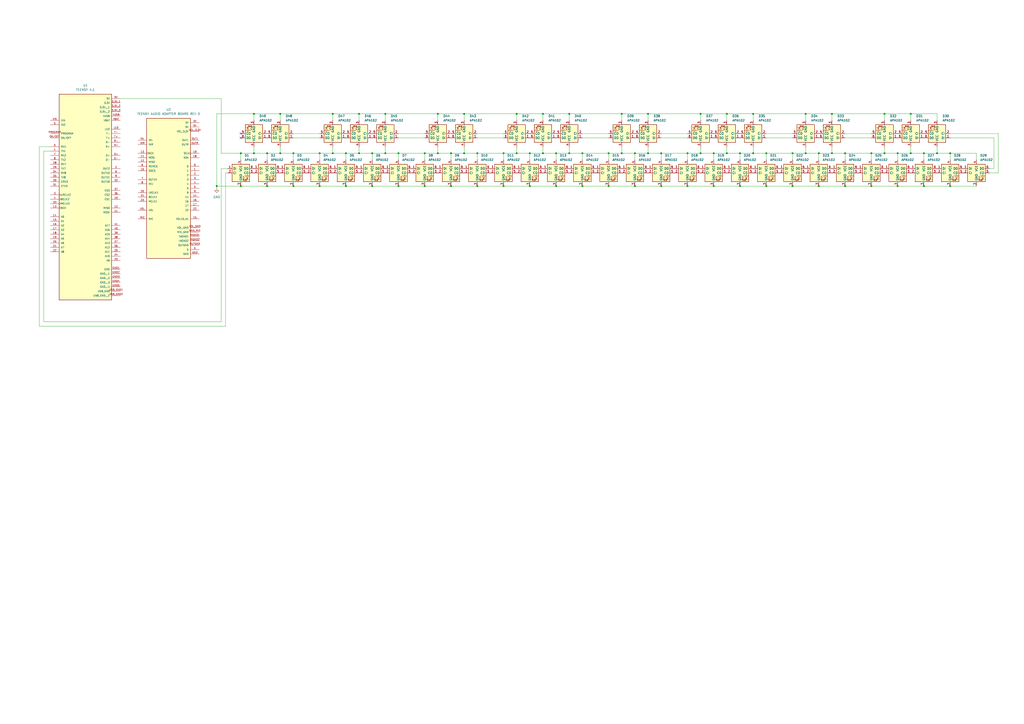
<source format=kicad_sch>
(kicad_sch (version 20250114) (generator "eeschema") (generator_version "9.0")
  (paper "A2")
  (lib_symbols
    (symbol "EQLightBarLibrary:DEV-15845" (pin_names (offset 1.016))
      (property "Reference" "U" (at -12.7 41.148 0))
      (property "Value" "DEV-15845" (at -12.7 -43.18 0))
      (symbol "DEV-15845_0_0"
        (rectangle (start -12.7 -40.64) (end 12.7 40.64) (stroke (width 0.254)) (fill (type background)))
        (pin input line (at -17.78 27.94 0) (length 5.08) (name "INL") (number "INL"))
        (pin input line (at -17.78 25.4 0) (length 5.08) (name "INR") (number "INR"))
        (pin bidirectional clock (at -17.78 20.32 0) (length 5.08) (name "SCK") (number "13"))
        (pin bidirectional line (at -17.78 17.78 0) (length 5.08) (name "MOSI") (number "11"))
        (pin bidirectional line (at -17.78 15.24 0) (length 5.08) (name "MISO") (number "12"))
        (pin input line (at -17.78 12.7 0) (length 5.08) (name "MEMCS") (number "6"))
        (pin bidirectional line (at -17.78 10.16 0) (length 5.08) (name "SDCS") (number "10"))
        (pin output line (at -17.78 5.08 0) (length 5.08) (name "OUT1A") (number "7"))
        (pin input line (at -17.78 2.54 0) (length 5.08) (name "IN1") (number "8"))
        (pin bidirectional line (at -17.78 -2.54 0) (length 5.08) (name "LRCLK1") (number "20"))
        (pin bidirectional line (at -17.78 -5.08 0) (length 5.08) (name "BCLK1") (number "21"))
        (pin bidirectional line (at -17.78 -7.62 0) (length 5.08) (name "MCLK1") (number "23"))
        (pin input line (at -17.78 -12.7 0) (length 5.08) (name "VOL") (number "VOL"))
        (pin input line (at -17.78 -17.78 0) (length 5.08) (name "MIC") (number "MIC"))
        (pin power_in line (at 17.78 38.1 180) (length 5.08) (name "3V") (number "3V"))
        (pin power_in line (at 17.78 35.56 180) (length 5.08) (name "5V") (number "5V"))
        (pin power_in line (at 17.78 33.02 180) (length 5.08) (name "VOL_3.3V") (number "VOL_3.3V"))
        (pin output line (at 17.78 27.94 180) (length 5.08) (name "OUTL") (number "OUTL"))
        (pin output line (at 17.78 25.4 180) (length 5.08) (name "OUTR") (number "OUTR"))
        (pin bidirectional clock (at 17.78 20.32 180) (length 5.08) (name "SCL") (number "19"))
        (pin bidirectional line (at 17.78 17.78 180) (length 5.08) (name "SDA") (number "18"))
        (pin bidirectional line (at 17.78 12.7 180) (length 5.08) (name "0") (number "0"))
        (pin bidirectional line (at 17.78 10.16 180) (length 5.08) (name "1") (number "1"))
        (pin bidirectional line (at 17.78 7.62 180) (length 5.08) (name "2") (number "2"))
        (pin bidirectional line (at 17.78 5.08 180) (length 5.08) (name "3") (number "3"))
        (pin bidirectional line (at 17.78 2.54 180) (length 5.08) (name "4") (number "4"))
        (pin bidirectional line (at 17.78 0 180) (length 5.08) (name "5") (number "5"))
        (pin bidirectional line (at 17.78 -2.54 180) (length 5.08) (name "9") (number "9"))
        (pin bidirectional line (at 17.78 -5.08 180) (length 5.08) (name "14") (number "14"))
        (pin bidirectional line (at 17.78 -7.62 180) (length 5.08) (name "16") (number "16"))
        (pin bidirectional line (at 17.78 -10.16 180) (length 5.08) (name "17") (number "17"))
        (pin bidirectional line (at 17.78 -12.7 180) (length 5.08) (name "22") (number "22"))
        (pin bidirectional line (at 17.78 -17.78 180) (length 5.08) (name "VOL15_A1") (number "15"))
        (pin power_in line (at 17.78 -22.86 180) (length 5.08) (name "VOL_GND") (number "VOL_GND"))
        (pin power_in line (at 17.78 -25.4 180) (length 5.08) (name "MIC_GND") (number "GND_MIC"))
        (pin power_in line (at 17.78 -27.94 180) (length 5.08) (name "INGND1") (number "INGND1"))
        (pin power_in line (at 17.78 -30.48 180) (length 5.08) (name "INGND2") (number "INGND2"))
        (pin power_in line (at 17.78 -33.02 180) (length 5.08) (name "OUTGND") (number "OUTGND"))
        (pin power_in line (at 17.78 -35.56 180) (length 5.08) (name "G") (number "G"))
        (pin power_in line (at 17.78 -38.1 180) (length 5.08) (name "GND") (number "GND"))
      )
    )
    (symbol "EQLightBarLibrary:DEV-16771" (pin_names (offset 1.016))
      (property "Reference" "U" (at -15.24 52.07 0))
      (property "Value" "DEV-16771" (at -15.24 -71.12 0))
      (symbol "DEV-16771_0_0"
        (rectangle (start -15.24 -68.58) (end 15.24 50.8) (stroke (width 0.254)) (fill (type background)))
        (pin input line (at -20.32 35.56 0) (length 5.08) (name "VIN") (number "VIN"))
        (pin bidirectional line (at -20.32 33.02 0) (length 5.08) (name "IN2") (number "5"))
        (pin bidirectional line (at -20.32 27.94 0) (length 5.08) (name "PROGRAM") (number "PROGRAM"))
        (pin bidirectional line (at -20.32 25.4 0) (length 5.08) (name "ON/OFF") (number "ON/OFF"))
        (pin bidirectional line (at -20.32 20.32 0) (length 5.08) (name "RX1") (number "0"))
        (pin bidirectional line (at -20.32 17.78 0) (length 5.08) (name "TX1") (number "1"))
        (pin bidirectional line (at -20.32 15.24 0) (length 5.08) (name "RX2") (number "7"))
        (pin bidirectional line (at -20.32 12.7 0) (length 5.08) (name "TX2") (number "8"))
        (pin bidirectional line (at -20.32 10.16 0) (length 5.08) (name "RX7") (number "28"))
        (pin bidirectional line (at -20.32 7.62 0) (length 5.08) (name "TX7") (number "29"))
        (pin bidirectional line (at -20.32 5.08 0) (length 5.08) (name "RX8") (number "34"))
        (pin bidirectional line (at -20.32 2.54 0) (length 5.08) (name "TX8") (number "35"))
        (pin bidirectional line (at -20.32 0 0) (length 5.08) (name "CRX3") (number "30"))
        (pin bidirectional line (at -20.32 -2.54 0) (length 5.08) (name "CTX3") (number "31"))
        (pin bidirectional clock (at -20.32 -7.62 0) (length 5.08) (name "LRCLK2") (number "3"))
        (pin bidirectional clock (at -20.32 -10.16 0) (length 5.08) (name "BCLK2") (number "4"))
        (pin bidirectional clock (at -20.32 -12.7 0) (length 5.08) (name "MCLK2") (number "33"))
        (pin bidirectional clock (at -20.32 -15.24 0) (length 5.08) (name "SCK") (number "13"))
        (pin bidirectional line (at -20.32 -20.32 0) (length 5.08) (name "A0") (number "14"))
        (pin bidirectional line (at -20.32 -22.86 0) (length 5.08) (name "A1") (number "15"))
        (pin bidirectional line (at -20.32 -25.4 0) (length 5.08) (name "A2") (number "16"))
        (pin bidirectional line (at -20.32 -27.94 0) (length 5.08) (name "A3") (number "17"))
        (pin bidirectional line (at -20.32 -30.48 0) (length 5.08) (name "A4") (number "18"))
        (pin bidirectional line (at -20.32 -33.02 0) (length 5.08) (name "A5") (number "19"))
        (pin bidirectional line (at -20.32 -35.56 0) (length 5.08) (name "A6") (number "20"))
        (pin bidirectional line (at -20.32 -38.1 0) (length 5.08) (name "A7") (number "21"))
        (pin bidirectional line (at -20.32 -40.64 0) (length 5.08) (name "A8") (number "22"))
        (pin power_in line (at 20.32 48.26 180) (length 5.08) (name "5V") (number "5V"))
        (pin power_in line (at 20.32 45.72 180) (length 5.08) (name "3.3V") (number "3.3V_1"))
        (pin power_in line (at 20.32 43.18 180) (length 5.08) (name "3.3V__1") (number "3.3V_2"))
        (pin power_in line (at 20.32 40.64 180) (length 5.08) (name "3.3V__2") (number "3.3V_3"))
        (pin passive line (at 20.32 38.1 180) (length 5.08) (name "VUSB") (number "VUSB"))
        (pin passive line (at 20.32 35.56 180) (length 5.08) (name "VBAT") (number "VBAT"))
        (pin bidirectional line (at 20.32 30.48 180) (length 5.08) (name "LED") (number "LED"))
        (pin bidirectional line (at 20.32 27.94 180) (length 5.08) (name "T-") (number "T-"))
        (pin bidirectional line (at 20.32 25.4 180) (length 5.08) (name "T+") (number "T+"))
        (pin bidirectional line (at 20.32 22.86 180) (length 5.08) (name "R-") (number "R-"))
        (pin bidirectional line (at 20.32 20.32 180) (length 5.08) (name "R+") (number "R+"))
        (pin bidirectional line (at 20.32 15.24 180) (length 5.08) (name "D+") (number "D+"))
        (pin bidirectional line (at 20.32 12.7 180) (length 5.08) (name "D-") (number "D-"))
        (pin output line (at 20.32 7.62 180) (length 5.08) (name "OUT2") (number "2"))
        (pin output line (at 20.32 5.08 180) (length 5.08) (name "OUT1D") (number "6"))
        (pin output line (at 20.32 2.54 180) (length 5.08) (name "OUT1C") (number "9"))
        (pin output line (at 20.32 0 180) (length 5.08) (name "OUT1B") (number "32"))
        (pin bidirectional line (at 20.32 -5.08 180) (length 5.08) (name "CS3") (number "37"))
        (pin bidirectional line (at 20.32 -7.62 180) (length 5.08) (name "CS2") (number "36"))
        (pin bidirectional line (at 20.32 -10.16 180) (length 5.08) (name "CS1") (number "10"))
        (pin bidirectional line (at 20.32 -15.24 180) (length 5.08) (name "MISO") (number "12"))
        (pin bidirectional line (at 20.32 -17.78 180) (length 5.08) (name "MOSI") (number "11"))
        (pin bidirectional line (at 20.32 -25.4 180) (length 5.08) (name "A17") (number "41"))
        (pin bidirectional line (at 20.32 -27.94 180) (length 5.08) (name "A16") (number "40"))
        (pin bidirectional line (at 20.32 -30.48 180) (length 5.08) (name "A15") (number "39"))
        (pin bidirectional line (at 20.32 -33.02 180) (length 5.08) (name "A14") (number "38"))
        (pin bidirectional line (at 20.32 -35.56 180) (length 5.08) (name "A13") (number "27"))
        (pin bidirectional line (at 20.32 -38.1 180) (length 5.08) (name "A12") (number "26"))
        (pin bidirectional line (at 20.32 -40.64 180) (length 5.08) (name "A11") (number "25"))
        (pin bidirectional line (at 20.32 -43.18 180) (length 5.08) (name "A10") (number "24"))
        (pin bidirectional line (at 20.32 -45.72 180) (length 5.08) (name "A9") (number "23"))
        (pin power_in line (at 20.32 -50.8 180) (length 5.08) (name "GND") (number "GND1"))
        (pin power_in line (at 20.32 -53.34 180) (length 5.08) (name "GND__1") (number "GND2"))
        (pin power_in line (at 20.32 -55.88 180) (length 5.08) (name "GND__2") (number "GND3"))
        (pin power_in line (at 20.32 -58.42 180) (length 5.08) (name "GND__3") (number "GND4"))
        (pin power_in line (at 20.32 -60.96 180) (length 5.08) (name "GND__4") (number "GND5"))
        (pin power_in line (at 20.32 -63.5 180) (length 5.08) (name "USB_GND") (number "USB_GND1"))
        (pin power_in line (at 20.32 -66.04 180) (length 5.08) (name "USB_GND__1") (number "USB_GND2"))
      )
    )
    (symbol "LED:APA102"
      (property "Reference" "D" (at 5.08 5.715 0))
      (property "Value" "APA102" (at 1.27 -5.715 0))
      (symbol "APA102_0_0"
        (text "RGB" (at 2.286 -4.191 0) (effects (font (size 0.762 0.762))))
      )
      (symbol "APA102_0_1"
        (polyline (pts (xy 1.27 -2.54) (xy 1.778 -2.54)))
        (polyline (pts (xy 1.27 -3.556) (xy 1.778 -3.556)))
        (polyline (pts (xy 2.286 -1.524) (xy 1.27 -2.54) (xy 1.27 -2.032)))
        (polyline (pts (xy 2.286 -2.54) (xy 1.27 -3.556) (xy 1.27 -3.048)))
        (polyline (pts (xy 3.683 -1.016) (xy 3.683 -3.556) (xy 3.683 -4.064)))
        (polyline (pts (xy 4.699 -1.524) (xy 2.667 -1.524) (xy 3.683 -3.556) (xy 4.699 -1.524)))
        (polyline (pts (xy 4.699 -3.556) (xy 2.667 -3.556)))
        (rectangle (start 5.08 5.08) (end -5.08 -5.08) (stroke (width 0.254)) (fill (type background)))
      )
      (symbol "APA102_1_1"
        (pin input line (at -7.62 2.54 0) (length 2.54) (name "DI") (number "1"))
        (pin input line (at -7.62 0 0) (length 2.54) (name "CI") (number "2"))
        (pin power_in line (at 0 7.62 270) (length 2.54) (name "VCC") (number "4"))
        (pin power_in line (at 0 -7.62 90) (length 2.54) (name "GND") (number "3"))
        (pin output line (at 7.62 2.54 180) (length 2.54) (name "DO") (number "6"))
        (pin output line (at 7.62 0 180) (length 2.54) (name "CO") (number "5"))
      )
    )
    (symbol "power:GND" (power) (pin_numbers (hide yes)) (pin_names (offset 0) (hide yes))
      (property "Value" "GND" (at 0 -3.81 0))
      (symbol "GND_0_1"
        (polyline (pts (xy 0 0) (xy 0 -1.27) (xy 1.27 -1.27) (xy 0 -2.54) (xy -1.27 -1.27) (xy 0 -1.27)))
      )
      (symbol "GND_1_1"
        (pin power_in line (at 0 0 270) (length 0) (name "~") (number "1"))
      )
    )
  )
  (junction (at 139.7 107.95))
  (junction (at 467.36 88.9))
  (junction (at 436.88 88.9))
  (junction (at 490.22 107.95))
  (junction (at 535.94 107.95))
  (junction (at 520.7 88.9))
  (junction (at 414.02 107.95))
  (junction (at 474.98 88.9))
  (junction (at 528.32 66.04))
  (junction (at 208.28 88.9))
  (junction (at 292.1 88.9))
  (junction (at 125.73 107.95))
  (junction (at 170.18 107.95))
  (junction (at 520.7 107.95))
  (junction (at 383.54 88.9))
  (junction (at 398.78 107.95))
  (junction (at 353.06 107.95))
  (junction (at 314.96 66.04))
  (junction (at 368.3 107.95))
  (junction (at 254 88.9))
  (junction (at 330.2 66.04))
  (junction (at 459.74 107.95))
  (junction (at 193.04 88.9))
  (junction (at 414.02 88.9))
  (junction (at 139.7 88.9))
  (junction (at 513.08 88.9))
  (junction (at 490.22 88.9))
  (junction (at 543.56 88.9))
  (junction (at 337.82 107.95))
  (junction (at 513.08 66.04))
  (junction (at 337.82 88.9))
  (junction (at 200.66 88.9))
  (junction (at 200.66 107.95))
  (junction (at 421.64 88.9))
  (junction (at 375.92 88.9))
  (junction (at 231.14 107.95))
  (junction (at 551.18 107.95))
  (junction (at 360.68 88.9))
  (junction (at 505.46 88.9))
  (junction (at 269.24 88.9))
  (junction (at 307.34 107.95))
  (junction (at 276.86 88.9))
  (junction (at 467.36 66.04))
  (junction (at 208.28 66.04))
  (junction (at 185.42 107.95))
  (junction (at 276.86 107.95))
  (junction (at 406.4 88.9))
  (junction (at 223.52 66.04))
  (junction (at 170.18 88.9))
  (junction (at 429.26 107.95))
  (junction (at 246.38 107.95))
  (junction (at 383.54 107.95))
  (junction (at 269.24 66.04))
  (junction (at 482.6 88.9))
  (junction (at 528.32 88.9))
  (junction (at 353.06 88.9))
  (junction (at 474.98 107.95))
  (junction (at 154.94 88.9))
  (junction (at 535.94 88.9))
  (junction (at 254 66.04))
  (junction (at 299.72 66.04))
  (junction (at 406.4 66.04))
  (junction (at 314.96 88.9))
  (junction (at 307.34 88.9))
  (junction (at 154.94 107.95))
  (junction (at 147.32 66.04))
  (junction (at 459.74 88.9))
  (junction (at 482.6 66.04))
  (junction (at 162.56 66.04))
  (junction (at 322.58 107.95))
  (junction (at 299.72 88.9))
  (junction (at 223.52 88.9))
  (junction (at 375.92 66.04))
  (junction (at 215.9 88.9))
  (junction (at 551.18 88.9))
  (junction (at 261.62 88.9))
  (junction (at 162.56 88.9))
  (junction (at 444.5 107.95))
  (junction (at 398.78 88.9))
  (junction (at 215.9 107.95))
  (junction (at 246.38 88.9))
  (junction (at 330.2 88.9))
  (junction (at 193.04 66.04))
  (junction (at 147.32 88.9))
  (junction (at 429.26 88.9))
  (junction (at 368.3 88.9))
  (junction (at 444.5 88.9))
  (junction (at 185.42 88.9))
  (junction (at 360.68 66.04))
  (junction (at 436.88 66.04))
  (junction (at 505.46 107.95))
  (junction (at 231.14 88.9))
  (junction (at 292.1 107.95))
  (junction (at 421.64 66.04))
  (junction (at 261.62 107.95))
  (junction (at 322.58 88.9))
  (no_connect (at 139.7 77.47))
  (no_connect (at 139.7 80.01))
  (wire (pts (xy 147.32 66.04) (xy 162.56 66.04)))
  (wire (pts (xy 215.9 88.9) (xy 215.9 92.71)))
  (wire (pts (xy 269.24 66.04) (xy 299.72 66.04)))
  (wire (pts (xy 254 66.04) (xy 269.24 66.04)))
  (wire (pts (xy 398.78 107.95) (xy 414.02 107.95)))
  (wire (pts (xy 467.36 85.09) (xy 467.36 88.9)))
  (wire (pts (xy 330.2 66.04) (xy 330.2 69.85)))
  (wire (pts (xy 543.56 88.9) (xy 551.18 88.9)))
  (wire (pts (xy 330.2 88.9) (xy 337.82 88.9)))
  (wire (pts (xy 436.88 85.09) (xy 436.88 88.9)))
  (wire (pts (xy 421.64 85.09) (xy 421.64 88.9)))
  (wire (pts (xy 535.94 88.9) (xy 535.94 92.71)))
  (wire (pts (xy 193.04 66.04) (xy 208.28 66.04)))
  (wire (pts (xy 22.86 189.23) (xy 130.81 189.23)))
  (wire (pts (xy 299.72 85.09) (xy 299.72 88.9)))
  (wire (pts (xy 193.04 85.09) (xy 193.04 88.9)))
  (wire (pts (xy 383.54 77.47) (xy 398.78 77.47)))
  (wire (pts (xy 170.18 80.01) (xy 185.42 80.01)))
  (wire (pts (xy 330.2 66.04) (xy 360.68 66.04)))
  (wire (pts (xy 375.92 85.09) (xy 375.92 88.9)))
  (wire (pts (xy 398.78 88.9) (xy 398.78 92.71)))
  (wire (pts (xy 269.24 66.04) (xy 269.24 69.85)))
  (wire (pts (xy 254 66.04) (xy 254 69.85)))
  (wire (pts (xy 360.68 85.09) (xy 360.68 88.9)))
  (wire (pts (xy 128.27 97.79) (xy 128.27 186.69)))
  (wire (pts (xy 337.82 80.01) (xy 353.06 80.01)))
  (wire (pts (xy 467.36 88.9) (xy 474.98 88.9)))
  (wire (pts (xy 490.22 88.9) (xy 490.22 92.71)))
  (wire (pts (xy 276.86 88.9) (xy 292.1 88.9)))
  (wire (pts (xy 69.85 57.15) (xy 128.27 57.15)))
  (wire (pts (xy 154.94 107.95) (xy 170.18 107.95)))
  (wire (pts (xy 551.18 77.47) (xy 579.12 77.47)))
  (wire (pts (xy 261.62 88.9) (xy 261.62 92.71)))
  (wire (pts (xy 162.56 88.9) (xy 170.18 88.9)))
  (wire (pts (xy 459.74 107.95) (xy 474.98 107.95)))
  (wire (pts (xy 147.32 66.04) (xy 125.73 66.04)))
  (wire (pts (xy 22.86 85.09) (xy 22.86 189.23)))
  (wire (pts (xy 276.86 77.47) (xy 292.1 77.47)))
  (wire (pts (xy 246.38 107.95) (xy 261.62 107.95)))
  (wire (pts (xy 429.26 88.9) (xy 429.26 92.71)))
  (wire (pts (xy 223.52 66.04) (xy 254 66.04)))
  (wire (pts (xy 25.4 186.69) (xy 25.4 87.63)))
  (wire (pts (xy 353.06 88.9) (xy 360.68 88.9)))
  (wire (pts (xy 505.46 88.9) (xy 513.08 88.9)))
  (wire (pts (xy 505.46 107.95) (xy 520.7 107.95)))
  (wire (pts (xy 139.7 92.71) (xy 139.7 88.9)))
  (wire (pts (xy 261.62 107.95) (xy 276.86 107.95)))
  (wire (pts (xy 490.22 80.01) (xy 505.46 80.01)))
  (wire (pts (xy 535.94 107.95) (xy 551.18 107.95)))
  (wire (pts (xy 231.14 88.9) (xy 231.14 92.71)))
  (wire (pts (xy 193.04 66.04) (xy 193.04 69.85)))
  (wire (pts (xy 528.32 85.09) (xy 528.32 88.9)))
  (wire (pts (xy 162.56 66.04) (xy 162.56 69.85)))
  (wire (pts (xy 170.18 77.47) (xy 185.42 77.47)))
  (wire (pts (xy 551.18 88.9) (xy 566.42 88.9)))
  (wire (pts (xy 551.18 107.95) (xy 566.42 107.95)))
  (wire (pts (xy 574.04 100.33) (xy 579.12 100.33)))
  (wire (pts (xy 337.82 88.9) (xy 353.06 88.9)))
  (wire (pts (xy 130.81 100.33) (xy 132.08 100.33)))
  (wire (pts (xy 513.08 66.04) (xy 528.32 66.04)))
  (wire (pts (xy 170.18 88.9) (xy 170.18 92.71)))
  (wire (pts (xy 482.6 66.04) (xy 513.08 66.04)))
  (wire (pts (xy 125.73 107.95) (xy 125.73 109.22)))
  (wire (pts (xy 128.27 88.9) (xy 128.27 57.15)))
  (wire (pts (xy 459.74 88.9) (xy 459.74 92.71)))
  (wire (pts (xy 200.66 88.9) (xy 208.28 88.9)))
  (wire (pts (xy 29.21 85.09) (xy 22.86 85.09)))
  (wire (pts (xy 314.96 66.04) (xy 330.2 66.04)))
  (wire (pts (xy 383.54 88.9) (xy 383.54 92.71)))
  (wire (pts (xy 482.6 85.09) (xy 482.6 88.9)))
  (wire (pts (xy 254 88.9) (xy 261.62 88.9)))
  (wire (pts (xy 314.96 85.09) (xy 314.96 88.9)))
  (wire (pts (xy 429.26 107.95) (xy 444.5 107.95)))
  (wire (pts (xy 246.38 88.9) (xy 254 88.9)))
  (wire (pts (xy 292.1 107.95) (xy 307.34 107.95)))
  (wire (pts (xy 254 85.09) (xy 254 88.9)))
  (wire (pts (xy 200.66 107.95) (xy 215.9 107.95)))
  (wire (pts (xy 368.3 88.9) (xy 368.3 92.71)))
  (wire (pts (xy 383.54 88.9) (xy 398.78 88.9)))
  (wire (pts (xy 421.64 66.04) (xy 421.64 69.85)))
  (wire (pts (xy 185.42 88.9) (xy 185.42 92.71)))
  (wire (pts (xy 269.24 88.9) (xy 276.86 88.9)))
  (wire (pts (xy 246.38 88.9) (xy 246.38 92.71)))
  (wire (pts (xy 528.32 88.9) (xy 535.94 88.9)))
  (wire (pts (xy 414.02 107.95) (xy 429.26 107.95)))
  (wire (pts (xy 421.64 88.9) (xy 429.26 88.9)))
  (wire (pts (xy 231.14 80.01) (xy 246.38 80.01)))
  (wire (pts (xy 375.92 66.04) (xy 406.4 66.04)))
  (wire (pts (xy 292.1 88.9) (xy 292.1 92.71)))
  (wire (pts (xy 269.24 85.09) (xy 269.24 88.9)))
  (wire (pts (xy 322.58 88.9) (xy 330.2 88.9)))
  (wire (pts (xy 337.82 107.95) (xy 353.06 107.95)))
  (wire (pts (xy 231.14 77.47) (xy 246.38 77.47)))
  (wire (pts (xy 128.27 97.79) (xy 132.08 97.79)))
  (wire (pts (xy 147.32 69.85) (xy 147.32 66.04)))
  (wire (pts (xy 444.5 80.01) (xy 459.74 80.01)))
  (wire (pts (xy 314.96 66.04) (xy 314.96 69.85)))
  (wire (pts (xy 406.4 88.9) (xy 414.02 88.9)))
  (wire (pts (xy 421.64 66.04) (xy 436.88 66.04)))
  (wire (pts (xy 482.6 88.9) (xy 490.22 88.9)))
  (wire (pts (xy 147.32 88.9) (xy 154.94 88.9)))
  (wire (pts (xy 459.74 88.9) (xy 467.36 88.9)))
  (wire (pts (xy 543.56 85.09) (xy 543.56 88.9)))
  (wire (pts (xy 139.7 88.9) (xy 147.32 88.9)))
  (wire (pts (xy 520.7 88.9) (xy 520.7 92.71)))
  (wire (pts (xy 276.86 80.01) (xy 292.1 80.01)))
  (wire (pts (xy 353.06 88.9) (xy 353.06 92.71)))
  (wire (pts (xy 276.86 107.95) (xy 292.1 107.95)))
  (wire (pts (xy 276.86 88.9) (xy 276.86 92.71)))
  (wire (pts (xy 208.28 66.04) (xy 223.52 66.04)))
  (wire (pts (xy 513.08 66.04) (xy 513.08 69.85)))
  (wire (pts (xy 223.52 85.09) (xy 223.52 88.9)))
  (wire (pts (xy 375.92 66.04) (xy 375.92 69.85)))
  (wire (pts (xy 25.4 87.63) (xy 29.21 87.63)))
  (wire (pts (xy 528.32 66.04) (xy 543.56 66.04)))
  (wire (pts (xy 414.02 88.9) (xy 421.64 88.9)))
  (wire (pts (xy 482.6 66.04) (xy 482.6 69.85)))
  (wire (pts (xy 261.62 88.9) (xy 269.24 88.9)))
  (wire (pts (xy 444.5 88.9) (xy 444.5 92.71)))
  (wire (pts (xy 490.22 88.9) (xy 505.46 88.9)))
  (wire (pts (xy 535.94 88.9) (xy 543.56 88.9)))
  (wire (pts (xy 292.1 88.9) (xy 299.72 88.9)))
  (wire (pts (xy 444.5 88.9) (xy 459.74 88.9)))
  (wire (pts (xy 154.94 88.9) (xy 154.94 92.71)))
  (wire (pts (xy 208.28 66.04) (xy 208.28 69.85)))
  (wire (pts (xy 154.94 88.9) (xy 162.56 88.9)))
  (wire (pts (xy 551.18 80.01) (xy 576.58 80.01)))
  (wire (pts (xy 337.82 88.9) (xy 337.82 92.71)))
  (wire (pts (xy 208.28 85.09) (xy 208.28 88.9)))
  (wire (pts (xy 162.56 85.09) (xy 162.56 88.9)))
  (wire (pts (xy 215.9 107.95) (xy 231.14 107.95)))
  (wire (pts (xy 467.36 66.04) (xy 482.6 66.04)))
  (wire (pts (xy 513.08 85.09) (xy 513.08 88.9)))
  (wire (pts (xy 330.2 85.09) (xy 330.2 88.9)))
  (wire (pts (xy 337.82 77.47) (xy 353.06 77.47)))
  (wire (pts (xy 513.08 88.9) (xy 520.7 88.9)))
  (wire (pts (xy 543.56 66.04) (xy 543.56 69.85)))
  (wire (pts (xy 436.88 66.04) (xy 467.36 66.04)))
  (wire (pts (xy 383.54 80.01) (xy 398.78 80.01)))
  (wire (pts (xy 576.58 97.79) (xy 574.04 97.79)))
  (wire (pts (xy 139.7 107.95) (xy 154.94 107.95)))
  (wire (pts (xy 170.18 88.9) (xy 185.42 88.9)))
  (wire (pts (xy 185.42 88.9) (xy 193.04 88.9)))
  (wire (pts (xy 579.12 100.33) (xy 579.12 77.47)))
  (wire (pts (xy 299.72 66.04) (xy 299.72 69.85)))
  (wire (pts (xy 406.4 66.04) (xy 421.64 66.04)))
  (wire (pts (xy 444.5 77.47) (xy 459.74 77.47)))
  (wire (pts (xy 444.5 107.95) (xy 459.74 107.95)))
  (wire (pts (xy 130.81 100.33) (xy 130.81 189.23)))
  (wire (pts (xy 383.54 107.95) (xy 398.78 107.95)))
  (wire (pts (xy 474.98 107.95) (xy 490.22 107.95)))
  (wire (pts (xy 231.14 107.95) (xy 246.38 107.95)))
  (wire (pts (xy 322.58 107.95) (xy 337.82 107.95)))
  (wire (pts (xy 223.52 66.04) (xy 223.52 69.85)))
  (wire (pts (xy 414.02 88.9) (xy 414.02 92.71)))
  (wire (pts (xy 375.92 88.9) (xy 383.54 88.9)))
  (wire (pts (xy 467.36 66.04) (xy 467.36 69.85)))
  (wire (pts (xy 299.72 88.9) (xy 307.34 88.9)))
  (wire (pts (xy 406.4 66.04) (xy 406.4 69.85)))
  (wire (pts (xy 520.7 88.9) (xy 528.32 88.9)))
  (wire (pts (xy 307.34 88.9) (xy 307.34 92.71)))
  (wire (pts (xy 360.68 66.04) (xy 375.92 66.04)))
  (wire (pts (xy 490.22 107.95) (xy 505.46 107.95)))
  (wire (pts (xy 406.4 85.09) (xy 406.4 88.9)))
  (wire (pts (xy 215.9 88.9) (xy 223.52 88.9)))
  (wire (pts (xy 162.56 66.04) (xy 193.04 66.04)))
  (wire (pts (xy 360.68 66.04) (xy 360.68 69.85)))
  (wire (pts (xy 314.96 88.9) (xy 322.58 88.9)))
  (wire (pts (xy 528.32 66.04) (xy 528.32 69.85)))
  (wire (pts (xy 368.3 107.95) (xy 383.54 107.95)))
  (wire (pts (xy 170.18 107.95) (xy 185.42 107.95)))
  (wire (pts (xy 436.88 66.04) (xy 436.88 69.85)))
  (wire (pts (xy 193.04 88.9) (xy 200.66 88.9)))
  (wire (pts (xy 139.7 88.9) (xy 128.27 88.9)))
  (wire (pts (xy 307.34 107.95) (xy 322.58 107.95)))
  (wire (pts (xy 307.34 88.9) (xy 314.96 88.9)))
  (wire (pts (xy 299.72 66.04) (xy 314.96 66.04)))
  (wire (pts (xy 436.88 88.9) (xy 444.5 88.9)))
  (wire (pts (xy 200.66 88.9) (xy 200.66 92.71)))
  (wire (pts (xy 208.28 88.9) (xy 215.9 88.9)))
  (wire (pts (xy 576.58 80.01) (xy 576.58 97.79)))
  (wire (pts (xy 353.06 107.95) (xy 368.3 107.95)))
  (wire (pts (xy 505.46 88.9) (xy 505.46 92.71)))
  (wire (pts (xy 429.26 88.9) (xy 436.88 88.9)))
  (wire (pts (xy 566.42 88.9) (xy 566.42 92.71)))
  (wire (pts (xy 322.58 88.9) (xy 322.58 92.71)))
  (wire (pts (xy 360.68 88.9) (xy 368.3 88.9)))
  (wire (pts (xy 474.98 88.9) (xy 474.98 92.71)))
  (wire (pts (xy 223.52 88.9) (xy 231.14 88.9)))
  (wire (pts (xy 474.98 88.9) (xy 482.6 88.9)))
  (wire (pts (xy 25.4 186.69) (xy 128.27 186.69)))
  (wire (pts (xy 185.42 107.95) (xy 200.66 107.95)))
  (wire (pts (xy 147.32 85.09) (xy 147.32 88.9)))
  (wire (pts (xy 139.7 107.95) (xy 125.73 107.95)))
  (wire (pts (xy 520.7 107.95) (xy 535.94 107.95)))
  (wire (pts (xy 398.78 88.9) (xy 406.4 88.9)))
  (wire (pts (xy 368.3 88.9) (xy 375.92 88.9)))
  (wire (pts (xy 551.18 88.9) (xy 551.18 92.71)))
  (wire (pts (xy 231.14 88.9) (xy 246.38 88.9)))
  (wire (pts (xy 490.22 77.47) (xy 505.46 77.47)))
  (wire (pts (xy 125.73 66.04) (xy 125.73 107.95)))
  (symbol (lib_id "LED:APA102") (at 414.02 100.33 0) (unit 1)
    (property "Reference" "D19" (at 416.1633 90.17 0) (effects (justify left)))
    (property "Value" "APA102" (at 416.1633 92.71 0) (effects (justify left)))
    (property "Footprint" "LED_SMD:LED_RGB_5050-6" (effects (hide yes)))
    (property "Datasheet" "http://www.led-color.com/upload/201506/APA102%20LED.pdf" (effects (hide yes)))
    (property "Description" "RGB LED with integrated controller" (effects (hide yes)))
  )
  (symbol (lib_id "LED:APA102") (at 406.4 77.47 180) (unit 1)
    (property "Reference" "D37" (at 409.5181 67.31 0) (effects (justify right)))
    (property "Value" "APA102" (at 409.5181 69.85 0) (effects (justify right)))
    (property "Footprint" "LED_SMD:LED_RGB_5050-6" (effects (hide yes)))
    (property "Datasheet" "http://www.led-color.com/upload/201506/APA102%20LED.pdf" (effects (hide yes)))
    (property "Description" "RGB LED with integrated controller" (effects (hide yes)))
  )
  (symbol (lib_id "LED:APA102") (at 528.32 77.47 180) (unit 1)
    (property "Reference" "D31" (at 531.4381 67.31 0) (effects (justify right)))
    (property "Value" "APA102" (at 531.4381 69.85 0) (effects (justify right)))
    (property "Footprint" "LED_SMD:LED_RGB_5050-6" (effects (hide yes)))
    (property "Datasheet" "http://www.led-color.com/upload/201506/APA102%20LED.pdf" (effects (hide yes)))
    (property "Description" "RGB LED with integrated controller" (effects (hide yes)))
  )
  (symbol (lib_id "LED:APA102") (at 154.94 100.33 0) (unit 1)
    (property "Reference" "D2" (at 157.0833 90.17 0) (effects (justify left)))
    (property "Value" "APA102" (at 157.0833 92.71 0) (effects (justify left)))
    (property "Footprint" "LED_SMD:LED_RGB_5050-6" (effects (hide yes)))
    (property "Datasheet" "http://www.led-color.com/upload/201506/APA102%20LED.pdf" (effects (hide yes)))
    (property "Description" "RGB LED with integrated controller" (effects (hide yes)))
  )
  (symbol (lib_id "power:GND") (at 125.73 109.22 0) (unit 1)
    (property "Reference" "#PWR01" (effects (hide yes)))
    (property "Value" "GND" (at 125.73 114.3 0))
    (property "Description" "Power symbol creates a global label with name \"GND\" , ground" (effects (hide yes)))
  )
  (symbol (lib_id "LED:APA102") (at 299.72 77.47 180) (unit 1)
    (property "Reference" "D42" (at 302.8381 67.31 0) (effects (justify right)))
    (property "Value" "APA102" (at 302.8381 69.85 0) (effects (justify right)))
    (property "Footprint" "LED_SMD:LED_RGB_5050-6" (effects (hide yes)))
    (property "Datasheet" "http://www.led-color.com/upload/201506/APA102%20LED.pdf" (effects (hide yes)))
    (property "Description" "RGB LED with integrated controller" (effects (hide yes)))
  )
  (symbol (lib_id "LED:APA102") (at 330.2 77.47 180) (unit 1)
    (property "Reference" "D40" (at 333.3181 67.31 0) (effects (justify right)))
    (property "Value" "APA102" (at 333.3181 69.85 0) (effects (justify right)))
    (property "Footprint" "LED_SMD:LED_RGB_5050-6" (effects (hide yes)))
    (property "Datasheet" "http://www.led-color.com/upload/201506/APA102%20LED.pdf" (effects (hide yes)))
    (property "Description" "RGB LED with integrated controller" (effects (hide yes)))
  )
  (symbol (lib_id "LED:APA102") (at 429.26 100.33 0) (unit 1)
    (property "Reference" "D20" (at 431.4033 90.17 0) (effects (justify left)))
    (property "Value" "APA102" (at 431.4033 92.71 0) (effects (justify left)))
    (property "Footprint" "LED_SMD:LED_RGB_5050-6" (effects (hide yes)))
    (property "Datasheet" "http://www.led-color.com/upload/201506/APA102%20LED.pdf" (effects (hide yes)))
    (property "Description" "RGB LED with integrated controller" (effects (hide yes)))
  )
  (symbol (lib_id "EQLightBarLibrary:DEV-16771") (at 49.53 105.41 0) (unit 1)
    (property "Reference" "U1" (at 49.53 49.53 0))
    (property "Value" "TEENSY 4.1" (at 49.53 52.07 0))
    (property "Footprint" "EQLightBarLibrary:MODULE_DEV-16771" (effects (hide yes)))
    (property "PARTREV" "4.1" (effects (hide yes)))
    (property "MANUFACTURER" "SparkFun Electronics" (effects (hide yes)))
    (property "MAXIMUM_PACKAGE_HEIGHT" "4.07mm" (effects (hide yes)))
    (property "STANDARD" "Manufacturer recommendations" (effects (hide yes)))
  )
  (symbol (lib_id "LED:APA102") (at 383.54 100.33 0) (unit 1)
    (property "Reference" "D17" (at 385.6833 90.17 0) (effects (justify left)))
    (property "Value" "APA102" (at 385.6833 92.71 0) (effects (justify left)))
    (property "Footprint" "LED_SMD:LED_RGB_5050-6" (effects (hide yes)))
    (property "Datasheet" "http://www.led-color.com/upload/201506/APA102%20LED.pdf" (effects (hide yes)))
    (property "Description" "RGB LED with integrated controller" (effects (hide yes)))
  )
  (symbol (lib_id "LED:APA102") (at 551.18 100.33 0) (unit 1)
    (property "Reference" "D28" (at 553.3233 90.17 0) (effects (justify left)))
    (property "Value" "APA102" (at 553.3233 92.71 0) (effects (justify left)))
    (property "Footprint" "LED_SMD:LED_RGB_5050-6" (effects (hide yes)))
    (property "Datasheet" "http://www.led-color.com/upload/201506/APA102%20LED.pdf" (effects (hide yes)))
    (property "Description" "RGB LED with integrated controller" (effects (hide yes)))
  )
  (symbol (lib_id "LED:APA102") (at 444.5 100.33 0) (unit 1)
    (property "Reference" "D21" (at 446.6433 90.17 0) (effects (justify left)))
    (property "Value" "APA102" (at 446.6433 92.71 0) (effects (justify left)))
    (property "Footprint" "LED_SMD:LED_RGB_5050-6" (effects (hide yes)))
    (property "Datasheet" "http://www.led-color.com/upload/201506/APA102%20LED.pdf" (effects (hide yes)))
    (property "Description" "RGB LED with integrated controller" (effects (hide yes)))
  )
  (symbol (lib_id "LED:APA102") (at 185.42 100.33 0) (unit 1)
    (property "Reference" "D4" (at 187.5633 90.17 0) (effects (justify left)))
    (property "Value" "APA102" (at 187.5633 92.71 0) (effects (justify left)))
    (property "Footprint" "LED_SMD:LED_RGB_5050-6" (effects (hide yes)))
    (property "Datasheet" "http://www.led-color.com/upload/201506/APA102%20LED.pdf" (effects (hide yes)))
    (property "Description" "RGB LED with integrated controller" (effects (hide yes)))
  )
  (symbol (lib_id "LED:APA102") (at 543.56 77.47 180) (unit 1)
    (property "Reference" "D30" (at 546.6781 67.31 0) (effects (justify right)))
    (property "Value" "APA102" (at 546.6781 69.85 0) (effects (justify right)))
    (property "Footprint" "LED_SMD:LED_RGB_5050-6" (effects (hide yes)))
    (property "Datasheet" "http://www.led-color.com/upload/201506/APA102%20LED.pdf" (effects (hide yes)))
    (property "Description" "RGB LED with integrated controller" (effects (hide yes)))
  )
  (symbol (lib_id "LED:APA102") (at 459.74 100.33 0) (unit 1)
    (property "Reference" "D22" (at 461.8833 90.17 0) (effects (justify left)))
    (property "Value" "APA102" (at 461.8833 92.71 0) (effects (justify left)))
    (property "Footprint" "LED_SMD:LED_RGB_5050-6" (effects (hide yes)))
    (property "Datasheet" "http://www.led-color.com/upload/201506/APA102%20LED.pdf" (effects (hide yes)))
    (property "Description" "RGB LED with integrated controller" (effects (hide yes)))
  )
  (symbol (lib_id "LED:APA102") (at 375.92 77.47 180) (unit 1)
    (property "Reference" "D38" (at 379.0381 67.31 0) (effects (justify right)))
    (property "Value" "APA102" (at 379.0381 69.85 0) (effects (justify right)))
    (property "Footprint" "LED_SMD:LED_RGB_5050-6" (effects (hide yes)))
    (property "Datasheet" "http://www.led-color.com/upload/201506/APA102%20LED.pdf" (effects (hide yes)))
    (property "Description" "RGB LED with integrated controller" (effects (hide yes)))
  )
  (symbol (lib_id "LED:APA102") (at 276.86 100.33 0) (unit 1)
    (property "Reference" "D10" (at 279.0033 90.17 0) (effects (justify left)))
    (property "Value" "APA102" (at 279.0033 92.71 0) (effects (justify left)))
    (property "Footprint" "LED_SMD:LED_RGB_5050-6" (effects (hide yes)))
    (property "Datasheet" "http://www.led-color.com/upload/201506/APA102%20LED.pdf" (effects (hide yes)))
    (property "Description" "RGB LED with integrated controller" (effects (hide yes)))
  )
  (symbol (lib_id "LED:APA102") (at 208.28 77.47 180) (unit 1)
    (property "Reference" "D46" (at 211.3981 67.31 0) (effects (justify right)))
    (property "Value" "APA102" (at 211.3981 69.85 0) (effects (justify right)))
    (property "Footprint" "LED_SMD:LED_RGB_5050-6" (effects (hide yes)))
    (property "Datasheet" "http://www.led-color.com/upload/201506/APA102%20LED.pdf" (effects (hide yes)))
    (property "Description" "RGB LED with integrated controller" (effects (hide yes)))
  )
  (symbol (lib_id "LED:APA102") (at 482.6 77.47 180) (unit 1)
    (property "Reference" "D33" (at 485.7181 67.31 0) (effects (justify right)))
    (property "Value" "APA102" (at 485.7181 69.85 0) (effects (justify right)))
    (property "Footprint" "LED_SMD:LED_RGB_5050-6" (effects (hide yes)))
    (property "Datasheet" "http://www.led-color.com/upload/201506/APA102%20LED.pdf" (effects (hide yes)))
    (property "Description" "RGB LED with integrated controller" (effects (hide yes)))
  )
  (symbol (lib_id "LED:APA102") (at 246.38 100.33 0) (unit 1)
    (property "Reference" "D8" (at 248.5233 90.17 0) (effects (justify left)))
    (property "Value" "APA102" (at 248.5233 92.71 0) (effects (justify left)))
    (property "Footprint" "LED_SMD:LED_RGB_5050-6" (effects (hide yes)))
    (property "Datasheet" "http://www.led-color.com/upload/201506/APA102%20LED.pdf" (effects (hide yes)))
    (property "Description" "RGB LED with integrated controller" (effects (hide yes)))
  )
  (symbol (lib_id "LED:APA102") (at 139.7 100.33 0) (unit 1)
    (property "Reference" "D1" (at 141.8433 90.17 0) (effects (justify left)))
    (property "Value" "APA102" (at 141.8433 92.71 0) (effects (justify left)))
    (property "Footprint" "LED_SMD:LED_RGB_5050-6" (effects (hide yes)))
    (property "Datasheet" "http://www.led-color.com/upload/201506/APA102%20LED.pdf" (effects (hide yes)))
    (property "Description" "RGB LED with integrated controller" (effects (hide yes)))
  )
  (symbol (lib_id "LED:APA102") (at 337.82 100.33 0) (unit 1)
    (property "Reference" "D14" (at 339.9633 90.17 0) (effects (justify left)))
    (property "Value" "APA102" (at 339.9633 92.71 0) (effects (justify left)))
    (property "Footprint" "LED_SMD:LED_RGB_5050-6" (effects (hide yes)))
    (property "Datasheet" "http://www.led-color.com/upload/201506/APA102%20LED.pdf" (effects (hide yes)))
    (property "Description" "RGB LED with integrated controller" (effects (hide yes)))
  )
  (symbol (lib_id "LED:APA102") (at 474.98 100.33 0) (unit 1)
    (property "Reference" "D23" (at 477.1233 90.17 0) (effects (justify left)))
    (property "Value" "APA102" (at 477.1233 92.71 0) (effects (justify left)))
    (property "Footprint" "LED_SMD:LED_RGB_5050-6" (effects (hide yes)))
    (property "Datasheet" "http://www.led-color.com/upload/201506/APA102%20LED.pdf" (effects (hide yes)))
    (property "Description" "RGB LED with integrated controller" (effects (hide yes)))
  )
  (symbol (lib_id "LED:APA102") (at 193.04 77.47 180) (unit 1)
    (property "Reference" "D47" (at 196.1581 67.31 0) (effects (justify right)))
    (property "Value" "APA102" (at 196.1581 69.85 0) (effects (justify right)))
    (property "Footprint" "LED_SMD:LED_RGB_5050-6" (effects (hide yes)))
    (property "Datasheet" "http://www.led-color.com/upload/201506/APA102%20LED.pdf" (effects (hide yes)))
    (property "Description" "RGB LED with integrated controller" (effects (hide yes)))
  )
  (symbol (lib_id "LED:APA102") (at 314.96 77.47 180) (unit 1)
    (property "Reference" "D41" (at 318.0781 67.31 0) (effects (justify right)))
    (property "Value" "APA102" (at 318.0781 69.85 0) (effects (justify right)))
    (property "Footprint" "LED_SMD:LED_RGB_5050-6" (effects (hide yes)))
    (property "Datasheet" "http://www.led-color.com/upload/201506/APA102%20LED.pdf" (effects (hide yes)))
    (property "Description" "RGB LED with integrated controller" (effects (hide yes)))
  )
  (symbol (lib_id "LED:APA102") (at 254 77.47 180) (unit 1)
    (property "Reference" "D44" (at 257.1181 67.31 0) (effects (justify right)))
    (property "Value" "APA102" (at 257.1181 69.85 0) (effects (justify right)))
    (property "Footprint" "LED_SMD:LED_RGB_5050-6" (effects (hide yes)))
    (property "Datasheet" "http://www.led-color.com/upload/201506/APA102%20LED.pdf" (effects (hide yes)))
    (property "Description" "RGB LED with integrated controller" (effects (hide yes)))
  )
  (symbol (lib_id "LED:APA102") (at 322.58 100.33 0) (unit 1)
    (property "Reference" "D13" (at 324.7233 90.17 0) (effects (justify left)))
    (property "Value" "APA102" (at 324.7233 92.71 0) (effects (justify left)))
    (property "Footprint" "LED_SMD:LED_RGB_5050-6" (effects (hide yes)))
    (property "Datasheet" "http://www.led-color.com/upload/201506/APA102%20LED.pdf" (effects (hide yes)))
    (property "Description" "RGB LED with integrated controller" (effects (hide yes)))
  )
  (symbol (lib_id "LED:APA102") (at 353.06 100.33 0) (unit 1)
    (property "Reference" "D15" (at 355.2033 90.17 0) (effects (justify left)))
    (property "Value" "APA102" (at 355.2033 92.71 0) (effects (justify left)))
    (property "Footprint" "LED_SMD:LED_RGB_5050-6" (effects (hide yes)))
    (property "Datasheet" "http://www.led-color.com/upload/201506/APA102%20LED.pdf" (effects (hide yes)))
    (property "Description" "RGB LED with integrated controller" (effects (hide yes)))
  )
  (symbol (lib_id "LED:APA102") (at 398.78 100.33 0) (unit 1)
    (property "Reference" "D18" (at 400.9233 90.17 0) (effects (justify left)))
    (property "Value" "APA102" (at 400.9233 92.71 0) (effects (justify left)))
    (property "Footprint" "LED_SMD:LED_RGB_5050-6" (effects (hide yes)))
    (property "Datasheet" "http://www.led-color.com/upload/201506/APA102%20LED.pdf" (effects (hide yes)))
    (property "Description" "RGB LED with integrated controller" (effects (hide yes)))
  )
  (symbol (lib_id "LED:APA102") (at 307.34 100.33 0) (unit 1)
    (property "Reference" "D12" (at 309.4833 90.17 0) (effects (justify left)))
    (property "Value" "APA102" (at 309.4833 92.71 0) (effects (justify left)))
    (property "Footprint" "LED_SMD:LED_RGB_5050-6" (effects (hide yes)))
    (property "Datasheet" "http://www.led-color.com/upload/201506/APA102%20LED.pdf" (effects (hide yes)))
    (property "Description" "RGB LED with integrated controller" (effects (hide yes)))
  )
  (symbol (lib_id "LED:APA102") (at 147.32 77.47 180) (unit 1)
    (property "Reference" "D49" (at 150.4381 67.31 0) (effects (justify right)))
    (property "Value" "APA102" (at 150.4381 69.85 0) (effects (justify right)))
    (property "Footprint" "LED_SMD:LED_RGB_5050-6" (effects (hide yes)))
    (property "Datasheet" "http://www.led-color.com/upload/201506/APA102%20LED.pdf" (effects (hide yes)))
    (property "Description" "RGB LED with integrated controller" (effects (hide yes)))
  )
  (symbol (lib_id "LED:APA102") (at 505.46 100.33 0) (unit 1)
    (property "Reference" "D25" (at 507.6033 90.17 0) (effects (justify left)))
    (property "Value" "APA102" (at 507.6033 92.71 0) (effects (justify left)))
    (property "Footprint" "LED_SMD:LED_RGB_5050-6" (effects (hide yes)))
    (property "Datasheet" "http://www.led-color.com/upload/201506/APA102%20LED.pdf" (effects (hide yes)))
    (property "Description" "RGB LED with integrated controller" (effects (hide yes)))
  )
  (symbol (lib_id "LED:APA102") (at 170.18 100.33 0) (unit 1)
    (property "Reference" "D3" (at 172.3233 90.17 0) (effects (justify left)))
    (property "Value" "APA102" (at 172.3233 92.71 0) (effects (justify left)))
    (property "Footprint" "LED_SMD:LED_RGB_5050-6" (effects (hide yes)))
    (property "Datasheet" "http://www.led-color.com/upload/201506/APA102%20LED.pdf" (effects (hide yes)))
    (property "Description" "RGB LED with integrated controller" (effects (hide yes)))
  )
  (symbol (lib_id "LED:APA102") (at 421.64 77.47 180) (unit 1)
    (property "Reference" "D36" (at 424.7581 67.31 0) (effects (justify right)))
    (property "Value" "APA102" (at 424.7581 69.85 0) (effects (justify right)))
    (property "Footprint" "LED_SMD:LED_RGB_5050-6" (effects (hide yes)))
    (property "Datasheet" "http://www.led-color.com/upload/201506/APA102%20LED.pdf" (effects (hide yes)))
    (property "Description" "RGB LED with integrated controller" (effects (hide yes)))
  )
  (symbol (lib_id "LED:APA102") (at 520.7 100.33 0) (unit 1)
    (property "Reference" "D26" (at 522.8433 90.17 0) (effects (justify left)))
    (property "Value" "APA102" (at 522.8433 92.71 0) (effects (justify left)))
    (property "Footprint" "LED_SMD:LED_RGB_5050-6" (effects (hide yes)))
    (property "Datasheet" "http://www.led-color.com/upload/201506/APA102%20LED.pdf" (effects (hide yes)))
    (property "Description" "RGB LED with integrated controller" (effects (hide yes)))
  )
  (symbol (lib_id "LED:APA102") (at 269.24 77.47 180) (unit 1)
    (property "Reference" "D43" (at 272.3581 67.31 0) (effects (justify right)))
    (property "Value" "APA102" (at 272.3581 69.85 0) (effects (justify right)))
    (property "Footprint" "LED_SMD:LED_RGB_5050-6" (effects (hide yes)))
    (property "Datasheet" "http://www.led-color.com/upload/201506/APA102%20LED.pdf" (effects (hide yes)))
    (property "Description" "RGB LED with integrated controller" (effects (hide yes)))
  )
  (symbol (lib_id "EQLightBarLibrary:DEV-15845") (at 97.79 109.22 0) (unit 1)
    (property "Reference" "U2" (at 97.79 63.5 0))
    (property "Value" "TEENSY AUDIO ADAPTER BOARD REV D" (at 97.79 66.04 0))
    (property "Footprint" "EQLightBarLibrary:MODULE_DEV-15845" (effects (hide yes)))
    (property "SnapEDA_Link" "https://www.snapeda.com/parts/DEV-15845/SparkFun/view-part/?ref=snap" (effects (hide yes)))
    (property "Description_1" "SGTL5000 Audio Interface Audio Teensy Platform Evaluation Expansion Board" (effects (hide yes)))
    (property "Package" "None" (effects (hide yes)))
    (property "Check_prices" "https://www.snapeda.com/parts/DEV-15845/SparkFun/view-part/?ref=eda" (effects (hide yes)))
    (property "STANDARD" "Manufacturer recommendations" (effects (hide yes)))
    (property "MF" "SparkFun Electronics" (effects (hide yes)))
    (property "MP" "DEV-15845" (effects (hide yes)))
    (property "MANUFACTURER" "SparkFun" (effects (hide yes)))
  )
  (symbol (lib_id "LED:APA102") (at 200.66 100.33 0) (unit 1)
    (property "Reference" "D5" (at 202.8033 90.17 0) (effects (justify left)))
    (property "Value" "APA102" (at 202.8033 92.71 0) (effects (justify left)))
    (property "Footprint" "LED_SMD:LED_RGB_5050-6" (effects (hide yes)))
    (property "Datasheet" "http://www.led-color.com/upload/201506/APA102%20LED.pdf" (effects (hide yes)))
    (property "Description" "RGB LED with integrated controller" (effects (hide yes)))
  )
  (symbol (lib_id "LED:APA102") (at 368.3 100.33 0) (unit 1)
    (property "Reference" "D16" (at 370.4433 90.17 0) (effects (justify left)))
    (property "Value" "APA102" (at 370.4433 92.71 0) (effects (justify left)))
    (property "Footprint" "LED_SMD:LED_RGB_5050-6" (effects (hide yes)))
    (property "Datasheet" "http://www.led-color.com/upload/201506/APA102%20LED.pdf" (effects (hide yes)))
    (property "Description" "RGB LED with integrated controller" (effects (hide yes)))
  )
  (symbol (lib_id "LED:APA102") (at 162.56 77.47 180) (unit 1)
    (property "Reference" "D48" (at 165.6781 67.31 0) (effects (justify right)))
    (property "Value" "APA102" (at 165.6781 69.85 0) (effects (justify right)))
    (property "Footprint" "LED_SMD:LED_RGB_5050-6" (effects (hide yes)))
    (property "Datasheet" "http://www.led-color.com/upload/201506/APA102%20LED.pdf" (effects (hide yes)))
    (property "Description" "RGB LED with integrated controller" (effects (hide yes)))
  )
  (symbol (lib_id "LED:APA102") (at 215.9 100.33 0) (unit 1)
    (property "Reference" "D6" (at 218.0433 90.17 0) (effects (justify left)))
    (property "Value" "APA102" (at 218.0433 92.71 0) (effects (justify left)))
    (property "Footprint" "LED_SMD:LED_RGB_5050-6" (effects (hide yes)))
    (property "Datasheet" "http://www.led-color.com/upload/201506/APA102%20LED.pdf" (effects (hide yes)))
    (property "Description" "RGB LED with integrated controller" (effects (hide yes)))
  )
  (symbol (lib_id "LED:APA102") (at 535.94 100.33 0) (unit 1)
    (property "Reference" "D27" (at 538.0833 90.17 0) (effects (justify left)))
    (property "Value" "APA102" (at 538.0833 92.71 0) (effects (justify left)))
    (property "Footprint" "LED_SMD:LED_RGB_5050-6" (effects (hide yes)))
    (property "Datasheet" "http://www.led-color.com/upload/201506/APA102%20LED.pdf" (effects (hide yes)))
    (property "Description" "RGB LED with integrated controller" (effects (hide yes)))
  )
  (symbol (lib_id "LED:APA102") (at 261.62 100.33 0) (unit 1)
    (property "Reference" "D9" (at 263.7633 90.17 0) (effects (justify left)))
    (property "Value" "APA102" (at 263.7633 92.71 0) (effects (justify left)))
    (property "Footprint" "LED_SMD:LED_RGB_5050-6" (effects (hide yes)))
    (property "Datasheet" "http://www.led-color.com/upload/201506/APA102%20LED.pdf" (effects (hide yes)))
    (property "Description" "RGB LED with integrated controller" (effects (hide yes)))
  )
  (symbol (lib_id "LED:APA102") (at 566.42 100.33 0) (unit 1)
    (property "Reference" "D29" (at 568.5633 90.17 0) (effects (justify left)))
    (property "Value" "APA102" (at 568.5633 92.71 0) (effects (justify left)))
    (property "Footprint" "LED_SMD:LED_RGB_5050-6" (effects (hide yes)))
    (property "Datasheet" "http://www.led-color.com/upload/201506/APA102%20LED.pdf" (effects (hide yes)))
    (property "Description" "RGB LED with integrated controller" (effects (hide yes)))
  )
  (symbol (lib_id "LED:APA102") (at 513.08 77.47 180) (unit 1)
    (property "Reference" "D32" (at 516.1981 67.31 0) (effects (justify right)))
    (property "Value" "APA102" (at 516.1981 69.85 0) (effects (justify right)))
    (property "Footprint" "LED_SMD:LED_RGB_5050-6" (effects (hide yes)))
    (property "Datasheet" "http://www.led-color.com/upload/201506/APA102%20LED.pdf" (effects (hide yes)))
    (property "Description" "RGB LED with integrated controller" (effects (hide yes)))
  )
  (symbol (lib_id "LED:APA102") (at 436.88 77.47 180) (unit 1)
    (property "Reference" "D35" (at 439.9981 67.31 0) (effects (justify right)))
    (property "Value" "APA102" (at 439.9981 69.85 0) (effects (justify right)))
    (property "Footprint" "LED_SMD:LED_RGB_5050-6" (effects (hide yes)))
    (property "Datasheet" "http://www.led-color.com/upload/201506/APA102%20LED.pdf" (effects (hide yes)))
    (property "Description" "RGB LED with integrated controller" (effects (hide yes)))
  )
  (symbol (lib_id "LED:APA102") (at 490.22 100.33 0) (unit 1)
    (property "Reference" "D24" (at 492.3633 90.17 0) (effects (justify left)))
    (property "Value" "APA102" (at 492.3633 92.71 0) (effects (justify left)))
    (property "Footprint" "LED_SMD:LED_RGB_5050-6" (effects (hide yes)))
    (property "Datasheet" "http://www.led-color.com/upload/201506/APA102%20LED.pdf" (effects (hide yes)))
    (property "Description" "RGB LED with integrated controller" (effects (hide yes)))
  )
  (symbol (lib_id "LED:APA102") (at 231.14 100.33 0) (unit 1)
    (property "Reference" "D7" (at 233.2833 90.17 0) (effects (justify left)))
    (property "Value" "APA102" (at 233.2833 92.71 0) (effects (justify left)))
    (property "Footprint" "LED_SMD:LED_RGB_5050-6" (effects (hide yes)))
    (property "Datasheet" "http://www.led-color.com/upload/201506/APA102%20LED.pdf" (effects (hide yes)))
    (property "Description" "RGB LED with integrated controller" (effects (hide yes)))
  )
  (symbol (lib_id "LED:APA102") (at 360.68 77.47 180) (unit 1)
    (property "Reference" "D39" (at 363.7981 67.31 0) (effects (justify right)))
    (property "Value" "APA102" (at 363.7981 69.85 0) (effects (justify right)))
    (property "Footprint" "LED_SMD:LED_RGB_5050-6" (effects (hide yes)))
    (property "Datasheet" "http://www.led-color.com/upload/201506/APA102%20LED.pdf" (effects (hide yes)))
    (property "Description" "RGB LED with integrated controller" (effects (hide yes)))
  )
  (symbol (lib_id "LED:APA102") (at 292.1 100.33 0) (unit 1)
    (property "Reference" "D11" (at 294.2433 90.17 0) (effects (justify left)))
    (property "Value" "APA102" (at 294.2433 92.71 0) (effects (justify left)))
    (property "Footprint" "LED_SMD:LED_RGB_5050-6" (effects (hide yes)))
    (property "Datasheet" "http://www.led-color.com/upload/201506/APA102%20LED.pdf" (effects (hide yes)))
    (property "Description" "RGB LED with integrated controller" (effects (hide yes)))
  )
  (symbol (lib_id "LED:APA102") (at 223.52 77.47 180) (unit 1)
    (property "Reference" "D45" (at 226.6381 67.31 0) (effects (justify right)))
    (property "Value" "APA102" (at 226.6381 69.85 0) (effects (justify right)))
    (property "Footprint" "LED_SMD:LED_RGB_5050-6" (effects (hide yes)))
    (property "Datasheet" "http://www.led-color.com/upload/201506/APA102%20LED.pdf" (effects (hide yes)))
    (property "Description" "RGB LED with integrated controller" (effects (hide yes)))
  )
  (symbol (lib_id "LED:APA102") (at 467.36 77.47 180) (unit 1)
    (property "Reference" "D34" (at 470.4781 67.31 0) (effects (justify right)))
    (property "Value" "APA102" (at 470.4781 69.85 0) (effects (justify right)))
    (property "Footprint" "LED_SMD:LED_RGB_5050-6" (effects (hide yes)))
    (property "Datasheet" "http://www.led-color.com/upload/201506/APA102%20LED.pdf" (effects (hide yes)))
    (property "Description" "RGB LED with integrated controller" (effects (hide yes)))
  )
)
</source>
